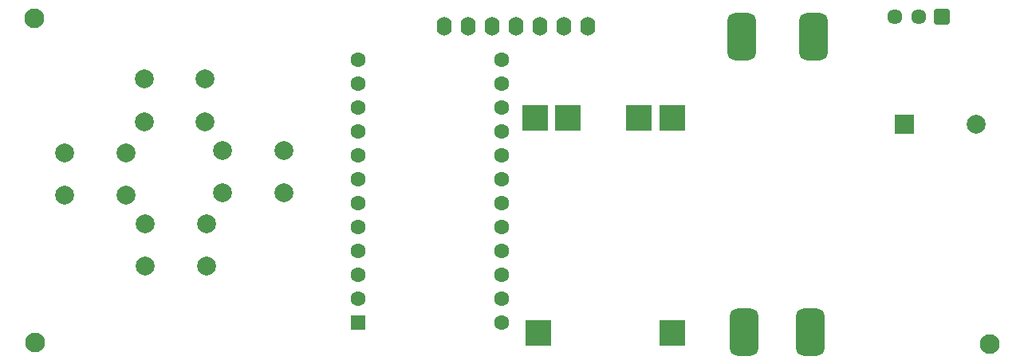
<source format=gbr>
%TF.GenerationSoftware,KiCad,Pcbnew,7.0.5*%
%TF.CreationDate,2023-12-02T12:19:24+05:30*%
%TF.ProjectId,GameBoy-Arduino,47616d65-426f-4792-9d41-726475696e6f,rev?*%
%TF.SameCoordinates,Original*%
%TF.FileFunction,Soldermask,Bot*%
%TF.FilePolarity,Negative*%
%FSLAX46Y46*%
G04 Gerber Fmt 4.6, Leading zero omitted, Abs format (unit mm)*
G04 Created by KiCad (PCBNEW 7.0.5) date 2023-12-02 12:19:24*
%MOMM*%
%LPD*%
G01*
G04 APERTURE LIST*
G04 Aperture macros list*
%AMRoundRect*
0 Rectangle with rounded corners*
0 $1 Rounding radius*
0 $2 $3 $4 $5 $6 $7 $8 $9 X,Y pos of 4 corners*
0 Add a 4 corners polygon primitive as box body*
4,1,4,$2,$3,$4,$5,$6,$7,$8,$9,$2,$3,0*
0 Add four circle primitives for the rounded corners*
1,1,$1+$1,$2,$3*
1,1,$1+$1,$4,$5*
1,1,$1+$1,$6,$7*
1,1,$1+$1,$8,$9*
0 Add four rect primitives between the rounded corners*
20,1,$1+$1,$2,$3,$4,$5,0*
20,1,$1+$1,$4,$5,$6,$7,0*
20,1,$1+$1,$6,$7,$8,$9,0*
20,1,$1+$1,$8,$9,$2,$3,0*%
G04 Aperture macros list end*
%ADD10C,2.000000*%
%ADD11R,2.000000X2.000000*%
%ADD12O,1.600000X2.000000*%
%ADD13C,2.100000*%
%ADD14RoundRect,0.102000X0.704000X0.704000X-0.704000X0.704000X-0.704000X-0.704000X0.704000X-0.704000X0*%
%ADD15C,1.612000*%
%ADD16R,1.600000X1.600000*%
%ADD17C,1.600000*%
%ADD18R,2.800000X2.800000*%
%ADD19RoundRect,0.750000X0.750000X-1.750000X0.750000X1.750000X-0.750000X1.750000X-0.750000X-1.750000X0*%
G04 APERTURE END LIST*
D10*
%TO.C,SW1*%
X85050000Y-64400000D03*
X91550000Y-64400000D03*
X85050000Y-68900000D03*
X91550000Y-68900000D03*
%TD*%
D11*
%TO.C,BZ1*%
X165800000Y-69200000D03*
D10*
X173400000Y-69200000D03*
%TD*%
%TO.C,SW4*%
X76600000Y-72200000D03*
X83100000Y-72200000D03*
X76600000Y-76700000D03*
X83100000Y-76700000D03*
%TD*%
%TO.C,SW3*%
X93400000Y-72000000D03*
X99900000Y-72000000D03*
X93400000Y-76500000D03*
X99900000Y-76500000D03*
%TD*%
D12*
%TO.C,U5*%
X116900000Y-58800000D03*
X119440000Y-58800000D03*
X121980000Y-58800000D03*
X124520000Y-58800000D03*
X127060000Y-58800000D03*
X129600000Y-58800000D03*
X132140000Y-58800000D03*
%TD*%
D13*
%TO.C,REF\u002A\u002A*%
X174825000Y-92575000D03*
%TD*%
%TO.C,REF\u002A\u002A*%
X73450000Y-92350000D03*
%TD*%
%TO.C,REF\u002A\u002A*%
X73400000Y-57950000D03*
%TD*%
D14*
%TO.C,SW7*%
X169787500Y-57800000D03*
D15*
X167287500Y-57800000D03*
X164787500Y-57800000D03*
%TD*%
D10*
%TO.C,SW2*%
X85200000Y-79800000D03*
X91700000Y-79800000D03*
X85200000Y-84300000D03*
X91700000Y-84300000D03*
%TD*%
D16*
%TO.C,U4*%
X107780000Y-90300000D03*
D17*
X107780000Y-87760000D03*
X107780000Y-85220000D03*
X107780000Y-82680000D03*
X107780000Y-80140000D03*
X107780000Y-77600000D03*
X107780000Y-75060000D03*
X107780000Y-72520000D03*
X107780000Y-69980000D03*
X107780000Y-67440000D03*
X107780000Y-64900000D03*
X107780000Y-62360000D03*
X123020000Y-62360000D03*
X123020000Y-64900000D03*
X123020000Y-67440000D03*
X123020000Y-69980000D03*
X123020000Y-72520000D03*
X123020000Y-75060000D03*
X123020000Y-77600000D03*
X123020000Y-80140000D03*
X123020000Y-82680000D03*
X123020000Y-85220000D03*
X123020000Y-87760000D03*
X123020000Y-90300000D03*
%TD*%
D18*
%TO.C,U1*%
X141112500Y-91412500D03*
X126912500Y-91412500D03*
X141112500Y-68512500D03*
X126612500Y-68512500D03*
X137612500Y-68512500D03*
X130012500Y-68512500D03*
%TD*%
D19*
%TO.C,U2*%
X156095000Y-59855000D03*
X148495000Y-59855000D03*
X155795000Y-91255000D03*
X148795000Y-91255000D03*
%TD*%
M02*

</source>
